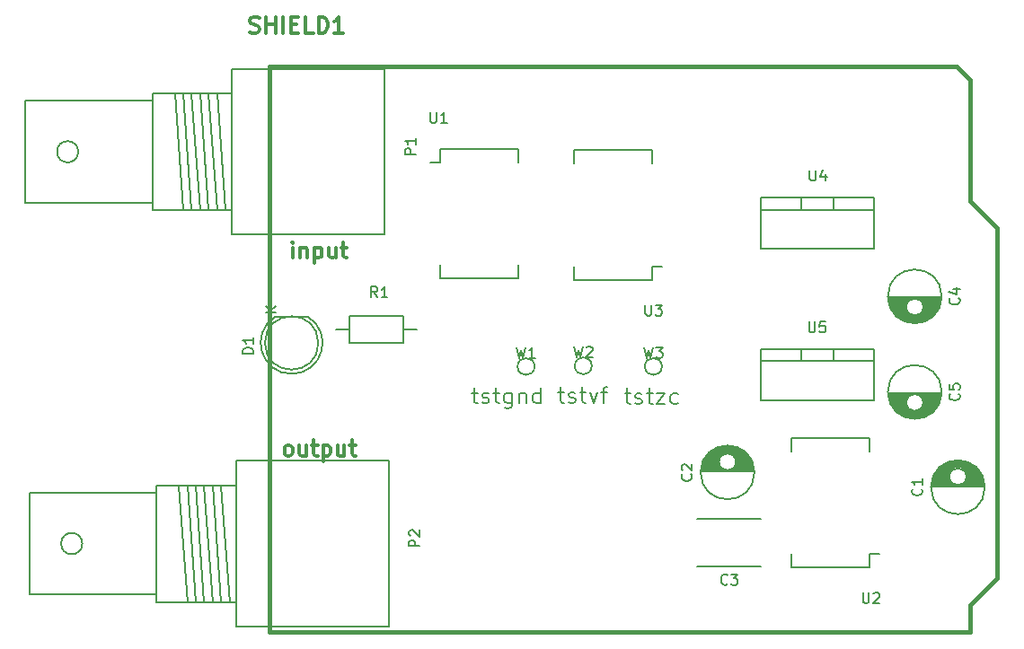
<source format=gto>
G04 #@! TF.FileFunction,Legend,Top*
%FSLAX46Y46*%
G04 Gerber Fmt 4.6, Leading zero omitted, Abs format (unit mm)*
G04 Created by KiCad (PCBNEW 4.0.2+dfsg1-stable) date Fri 22 Sep 2017 10:08:28 AM EDT*
%MOMM*%
G01*
G04 APERTURE LIST*
%ADD10C,0.100000*%
%ADD11C,0.150000*%
%ADD12C,0.300000*%
%ADD13C,0.381000*%
%ADD14C,0.304800*%
G04 APERTURE END LIST*
D10*
D11*
X167521357Y-82482571D02*
X168092786Y-82482571D01*
X167735643Y-81982571D02*
X167735643Y-83268286D01*
X167807071Y-83411143D01*
X167949929Y-83482571D01*
X168092786Y-83482571D01*
X168521357Y-83411143D02*
X168664214Y-83482571D01*
X168949929Y-83482571D01*
X169092786Y-83411143D01*
X169164214Y-83268286D01*
X169164214Y-83196857D01*
X169092786Y-83054000D01*
X168949929Y-82982571D01*
X168735643Y-82982571D01*
X168592786Y-82911143D01*
X168521357Y-82768286D01*
X168521357Y-82696857D01*
X168592786Y-82554000D01*
X168735643Y-82482571D01*
X168949929Y-82482571D01*
X169092786Y-82554000D01*
X169592786Y-82482571D02*
X170164215Y-82482571D01*
X169807072Y-81982571D02*
X169807072Y-83268286D01*
X169878500Y-83411143D01*
X170021358Y-83482571D01*
X170164215Y-83482571D01*
X171307072Y-82482571D02*
X171307072Y-83696857D01*
X171235643Y-83839714D01*
X171164215Y-83911143D01*
X171021358Y-83982571D01*
X170807072Y-83982571D01*
X170664215Y-83911143D01*
X171307072Y-83411143D02*
X171164215Y-83482571D01*
X170878501Y-83482571D01*
X170735643Y-83411143D01*
X170664215Y-83339714D01*
X170592786Y-83196857D01*
X170592786Y-82768286D01*
X170664215Y-82625429D01*
X170735643Y-82554000D01*
X170878501Y-82482571D01*
X171164215Y-82482571D01*
X171307072Y-82554000D01*
X172021358Y-82482571D02*
X172021358Y-83482571D01*
X172021358Y-82625429D02*
X172092786Y-82554000D01*
X172235644Y-82482571D01*
X172449929Y-82482571D01*
X172592786Y-82554000D01*
X172664215Y-82696857D01*
X172664215Y-83482571D01*
X174021358Y-83482571D02*
X174021358Y-81982571D01*
X174021358Y-83411143D02*
X173878501Y-83482571D01*
X173592787Y-83482571D01*
X173449929Y-83411143D01*
X173378501Y-83339714D01*
X173307072Y-83196857D01*
X173307072Y-82768286D01*
X173378501Y-82625429D01*
X173449929Y-82554000D01*
X173592787Y-82482571D01*
X173878501Y-82482571D01*
X174021358Y-82554000D01*
X175669071Y-82419071D02*
X176240500Y-82419071D01*
X175883357Y-81919071D02*
X175883357Y-83204786D01*
X175954785Y-83347643D01*
X176097643Y-83419071D01*
X176240500Y-83419071D01*
X176669071Y-83347643D02*
X176811928Y-83419071D01*
X177097643Y-83419071D01*
X177240500Y-83347643D01*
X177311928Y-83204786D01*
X177311928Y-83133357D01*
X177240500Y-82990500D01*
X177097643Y-82919071D01*
X176883357Y-82919071D01*
X176740500Y-82847643D01*
X176669071Y-82704786D01*
X176669071Y-82633357D01*
X176740500Y-82490500D01*
X176883357Y-82419071D01*
X177097643Y-82419071D01*
X177240500Y-82490500D01*
X177740500Y-82419071D02*
X178311929Y-82419071D01*
X177954786Y-81919071D02*
X177954786Y-83204786D01*
X178026214Y-83347643D01*
X178169072Y-83419071D01*
X178311929Y-83419071D01*
X178669072Y-82419071D02*
X179026215Y-83419071D01*
X179383357Y-82419071D01*
X179740500Y-82419071D02*
X180311929Y-82419071D01*
X179954786Y-83419071D02*
X179954786Y-82133357D01*
X180026214Y-81990500D01*
X180169072Y-81919071D01*
X180311929Y-81919071D01*
X181959571Y-82546071D02*
X182531000Y-82546071D01*
X182173857Y-82046071D02*
X182173857Y-83331786D01*
X182245285Y-83474643D01*
X182388143Y-83546071D01*
X182531000Y-83546071D01*
X182959571Y-83474643D02*
X183102428Y-83546071D01*
X183388143Y-83546071D01*
X183531000Y-83474643D01*
X183602428Y-83331786D01*
X183602428Y-83260357D01*
X183531000Y-83117500D01*
X183388143Y-83046071D01*
X183173857Y-83046071D01*
X183031000Y-82974643D01*
X182959571Y-82831786D01*
X182959571Y-82760357D01*
X183031000Y-82617500D01*
X183173857Y-82546071D01*
X183388143Y-82546071D01*
X183531000Y-82617500D01*
X184031000Y-82546071D02*
X184602429Y-82546071D01*
X184245286Y-82046071D02*
X184245286Y-83331786D01*
X184316714Y-83474643D01*
X184459572Y-83546071D01*
X184602429Y-83546071D01*
X184959572Y-82546071D02*
X185745286Y-82546071D01*
X184959572Y-83546071D01*
X185745286Y-83546071D01*
X186959572Y-83474643D02*
X186816715Y-83546071D01*
X186531001Y-83546071D01*
X186388143Y-83474643D01*
X186316715Y-83403214D01*
X186245286Y-83260357D01*
X186245286Y-82831786D01*
X186316715Y-82688929D01*
X186388143Y-82617500D01*
X186531001Y-82546071D01*
X186816715Y-82546071D01*
X186959572Y-82617500D01*
D12*
X150162000Y-88435571D02*
X150019142Y-88364143D01*
X149947714Y-88292714D01*
X149876285Y-88149857D01*
X149876285Y-87721286D01*
X149947714Y-87578429D01*
X150019142Y-87507000D01*
X150162000Y-87435571D01*
X150376285Y-87435571D01*
X150519142Y-87507000D01*
X150590571Y-87578429D01*
X150662000Y-87721286D01*
X150662000Y-88149857D01*
X150590571Y-88292714D01*
X150519142Y-88364143D01*
X150376285Y-88435571D01*
X150162000Y-88435571D01*
X151947714Y-87435571D02*
X151947714Y-88435571D01*
X151304857Y-87435571D02*
X151304857Y-88221286D01*
X151376285Y-88364143D01*
X151519143Y-88435571D01*
X151733428Y-88435571D01*
X151876285Y-88364143D01*
X151947714Y-88292714D01*
X152447714Y-87435571D02*
X153019143Y-87435571D01*
X152662000Y-86935571D02*
X152662000Y-88221286D01*
X152733428Y-88364143D01*
X152876286Y-88435571D01*
X153019143Y-88435571D01*
X153519143Y-87435571D02*
X153519143Y-88935571D01*
X153519143Y-87507000D02*
X153662000Y-87435571D01*
X153947714Y-87435571D01*
X154090571Y-87507000D01*
X154162000Y-87578429D01*
X154233429Y-87721286D01*
X154233429Y-88149857D01*
X154162000Y-88292714D01*
X154090571Y-88364143D01*
X153947714Y-88435571D01*
X153662000Y-88435571D01*
X153519143Y-88364143D01*
X155519143Y-87435571D02*
X155519143Y-88435571D01*
X154876286Y-87435571D02*
X154876286Y-88221286D01*
X154947714Y-88364143D01*
X155090572Y-88435571D01*
X155304857Y-88435571D01*
X155447714Y-88364143D01*
X155519143Y-88292714D01*
X156019143Y-87435571D02*
X156590572Y-87435571D01*
X156233429Y-86935571D02*
X156233429Y-88221286D01*
X156304857Y-88364143D01*
X156447715Y-88435571D01*
X156590572Y-88435571D01*
X150634214Y-69766571D02*
X150634214Y-68766571D01*
X150634214Y-68266571D02*
X150562785Y-68338000D01*
X150634214Y-68409429D01*
X150705642Y-68338000D01*
X150634214Y-68266571D01*
X150634214Y-68409429D01*
X151348500Y-68766571D02*
X151348500Y-69766571D01*
X151348500Y-68909429D02*
X151419928Y-68838000D01*
X151562786Y-68766571D01*
X151777071Y-68766571D01*
X151919928Y-68838000D01*
X151991357Y-68980857D01*
X151991357Y-69766571D01*
X152705643Y-68766571D02*
X152705643Y-70266571D01*
X152705643Y-68838000D02*
X152848500Y-68766571D01*
X153134214Y-68766571D01*
X153277071Y-68838000D01*
X153348500Y-68909429D01*
X153419929Y-69052286D01*
X153419929Y-69480857D01*
X153348500Y-69623714D01*
X153277071Y-69695143D01*
X153134214Y-69766571D01*
X152848500Y-69766571D01*
X152705643Y-69695143D01*
X154705643Y-68766571D02*
X154705643Y-69766571D01*
X154062786Y-68766571D02*
X154062786Y-69552286D01*
X154134214Y-69695143D01*
X154277072Y-69766571D01*
X154491357Y-69766571D01*
X154634214Y-69695143D01*
X154705643Y-69623714D01*
X155205643Y-68766571D02*
X155777072Y-68766571D01*
X155419929Y-68266571D02*
X155419929Y-69552286D01*
X155491357Y-69695143D01*
X155634215Y-69766571D01*
X155777072Y-69766571D01*
D11*
X210861000Y-91317500D02*
X215859000Y-91317500D01*
X210869000Y-91177500D02*
X213206000Y-91177500D01*
X213514000Y-91177500D02*
X215851000Y-91177500D01*
X210885000Y-91037500D02*
X212887000Y-91037500D01*
X213833000Y-91037500D02*
X215835000Y-91037500D01*
X210909000Y-90897500D02*
X212740000Y-90897500D01*
X213980000Y-90897500D02*
X215811000Y-90897500D01*
X210942000Y-90757500D02*
X212648000Y-90757500D01*
X214072000Y-90757500D02*
X215778000Y-90757500D01*
X210983000Y-90617500D02*
X212592000Y-90617500D01*
X214128000Y-90617500D02*
X215737000Y-90617500D01*
X211033000Y-90477500D02*
X212565000Y-90477500D01*
X214155000Y-90477500D02*
X215687000Y-90477500D01*
X211094000Y-90337500D02*
X212562000Y-90337500D01*
X214158000Y-90337500D02*
X215626000Y-90337500D01*
X211164000Y-90197500D02*
X212584000Y-90197500D01*
X214136000Y-90197500D02*
X215556000Y-90197500D01*
X211246000Y-90057500D02*
X212634000Y-90057500D01*
X214086000Y-90057500D02*
X215474000Y-90057500D01*
X211341000Y-89917500D02*
X212716000Y-89917500D01*
X214004000Y-89917500D02*
X215379000Y-89917500D01*
X211452000Y-89777500D02*
X212848000Y-89777500D01*
X213872000Y-89777500D02*
X215268000Y-89777500D01*
X211580000Y-89637500D02*
X213095000Y-89637500D01*
X213625000Y-89637500D02*
X215140000Y-89637500D01*
X211729000Y-89497500D02*
X214991000Y-89497500D01*
X211908000Y-89357500D02*
X214812000Y-89357500D01*
X212127000Y-89217500D02*
X214593000Y-89217500D01*
X212416000Y-89077500D02*
X214304000Y-89077500D01*
X212888000Y-88937500D02*
X213832000Y-88937500D01*
X214160000Y-90392500D02*
G75*
G03X214160000Y-90392500I-800000J0D01*
G01*
X215897500Y-91392500D02*
G75*
G03X215897500Y-91392500I-2537500J0D01*
G01*
X189144000Y-89920500D02*
X194142000Y-89920500D01*
X189152000Y-89780500D02*
X191489000Y-89780500D01*
X191797000Y-89780500D02*
X194134000Y-89780500D01*
X189168000Y-89640500D02*
X191170000Y-89640500D01*
X192116000Y-89640500D02*
X194118000Y-89640500D01*
X189192000Y-89500500D02*
X191023000Y-89500500D01*
X192263000Y-89500500D02*
X194094000Y-89500500D01*
X189225000Y-89360500D02*
X190931000Y-89360500D01*
X192355000Y-89360500D02*
X194061000Y-89360500D01*
X189266000Y-89220500D02*
X190875000Y-89220500D01*
X192411000Y-89220500D02*
X194020000Y-89220500D01*
X189316000Y-89080500D02*
X190848000Y-89080500D01*
X192438000Y-89080500D02*
X193970000Y-89080500D01*
X189377000Y-88940500D02*
X190845000Y-88940500D01*
X192441000Y-88940500D02*
X193909000Y-88940500D01*
X189447000Y-88800500D02*
X190867000Y-88800500D01*
X192419000Y-88800500D02*
X193839000Y-88800500D01*
X189529000Y-88660500D02*
X190917000Y-88660500D01*
X192369000Y-88660500D02*
X193757000Y-88660500D01*
X189624000Y-88520500D02*
X190999000Y-88520500D01*
X192287000Y-88520500D02*
X193662000Y-88520500D01*
X189735000Y-88380500D02*
X191131000Y-88380500D01*
X192155000Y-88380500D02*
X193551000Y-88380500D01*
X189863000Y-88240500D02*
X191378000Y-88240500D01*
X191908000Y-88240500D02*
X193423000Y-88240500D01*
X190012000Y-88100500D02*
X193274000Y-88100500D01*
X190191000Y-87960500D02*
X193095000Y-87960500D01*
X190410000Y-87820500D02*
X192876000Y-87820500D01*
X190699000Y-87680500D02*
X192587000Y-87680500D01*
X191171000Y-87540500D02*
X192115000Y-87540500D01*
X192443000Y-88995500D02*
G75*
G03X192443000Y-88995500I-800000J0D01*
G01*
X194180500Y-89995500D02*
G75*
G03X194180500Y-89995500I-2537500J0D01*
G01*
X194810000Y-98897000D02*
X188810000Y-98897000D01*
X188810000Y-94397000D02*
X194810000Y-94397000D01*
X211795000Y-73465000D02*
X206797000Y-73465000D01*
X211787000Y-73605000D02*
X209450000Y-73605000D01*
X209142000Y-73605000D02*
X206805000Y-73605000D01*
X211771000Y-73745000D02*
X209769000Y-73745000D01*
X208823000Y-73745000D02*
X206821000Y-73745000D01*
X211747000Y-73885000D02*
X209916000Y-73885000D01*
X208676000Y-73885000D02*
X206845000Y-73885000D01*
X211714000Y-74025000D02*
X210008000Y-74025000D01*
X208584000Y-74025000D02*
X206878000Y-74025000D01*
X211673000Y-74165000D02*
X210064000Y-74165000D01*
X208528000Y-74165000D02*
X206919000Y-74165000D01*
X211623000Y-74305000D02*
X210091000Y-74305000D01*
X208501000Y-74305000D02*
X206969000Y-74305000D01*
X211562000Y-74445000D02*
X210094000Y-74445000D01*
X208498000Y-74445000D02*
X207030000Y-74445000D01*
X211492000Y-74585000D02*
X210072000Y-74585000D01*
X208520000Y-74585000D02*
X207100000Y-74585000D01*
X211410000Y-74725000D02*
X210022000Y-74725000D01*
X208570000Y-74725000D02*
X207182000Y-74725000D01*
X211315000Y-74865000D02*
X209940000Y-74865000D01*
X208652000Y-74865000D02*
X207277000Y-74865000D01*
X211204000Y-75005000D02*
X209808000Y-75005000D01*
X208784000Y-75005000D02*
X207388000Y-75005000D01*
X211076000Y-75145000D02*
X209561000Y-75145000D01*
X209031000Y-75145000D02*
X207516000Y-75145000D01*
X210927000Y-75285000D02*
X207665000Y-75285000D01*
X210748000Y-75425000D02*
X207844000Y-75425000D01*
X210529000Y-75565000D02*
X208063000Y-75565000D01*
X210240000Y-75705000D02*
X208352000Y-75705000D01*
X209768000Y-75845000D02*
X208824000Y-75845000D01*
X210096000Y-74390000D02*
G75*
G03X210096000Y-74390000I-800000J0D01*
G01*
X211833500Y-73390000D02*
G75*
G03X211833500Y-73390000I-2537500J0D01*
G01*
X211795000Y-82482000D02*
X206797000Y-82482000D01*
X211787000Y-82622000D02*
X209450000Y-82622000D01*
X209142000Y-82622000D02*
X206805000Y-82622000D01*
X211771000Y-82762000D02*
X209769000Y-82762000D01*
X208823000Y-82762000D02*
X206821000Y-82762000D01*
X211747000Y-82902000D02*
X209916000Y-82902000D01*
X208676000Y-82902000D02*
X206845000Y-82902000D01*
X211714000Y-83042000D02*
X210008000Y-83042000D01*
X208584000Y-83042000D02*
X206878000Y-83042000D01*
X211673000Y-83182000D02*
X210064000Y-83182000D01*
X208528000Y-83182000D02*
X206919000Y-83182000D01*
X211623000Y-83322000D02*
X210091000Y-83322000D01*
X208501000Y-83322000D02*
X206969000Y-83322000D01*
X211562000Y-83462000D02*
X210094000Y-83462000D01*
X208498000Y-83462000D02*
X207030000Y-83462000D01*
X211492000Y-83602000D02*
X210072000Y-83602000D01*
X208520000Y-83602000D02*
X207100000Y-83602000D01*
X211410000Y-83742000D02*
X210022000Y-83742000D01*
X208570000Y-83742000D02*
X207182000Y-83742000D01*
X211315000Y-83882000D02*
X209940000Y-83882000D01*
X208652000Y-83882000D02*
X207277000Y-83882000D01*
X211204000Y-84022000D02*
X209808000Y-84022000D01*
X208784000Y-84022000D02*
X207388000Y-84022000D01*
X211076000Y-84162000D02*
X209561000Y-84162000D01*
X209031000Y-84162000D02*
X207516000Y-84162000D01*
X210927000Y-84302000D02*
X207665000Y-84302000D01*
X210748000Y-84442000D02*
X207844000Y-84442000D01*
X210529000Y-84582000D02*
X208063000Y-84582000D01*
X210240000Y-84722000D02*
X208352000Y-84722000D01*
X209768000Y-84862000D02*
X208824000Y-84862000D01*
X210096000Y-83407000D02*
G75*
G03X210096000Y-83407000I-800000J0D01*
G01*
X211833500Y-82407000D02*
G75*
G03X211833500Y-82407000I-2537500J0D01*
G01*
X149033596Y-75302612D02*
G75*
G03X152058500Y-75287500I1524904J-2484888D01*
G01*
X149058500Y-75287500D02*
X152058500Y-75287500D01*
X153076436Y-77787500D02*
G75*
G03X153076436Y-77787500I-2517936J0D01*
G01*
X140345160Y-65252600D02*
X139545060Y-54254400D01*
X141145260Y-65252600D02*
X140345160Y-54254400D01*
X141945360Y-65252600D02*
X141145260Y-54254400D01*
X142745460Y-65252600D02*
X141945360Y-54254400D01*
X143545560Y-65252600D02*
X142745460Y-54254400D01*
X144345660Y-65252600D02*
X143545560Y-54254400D01*
X130446780Y-59753500D02*
G75*
G03X130446780Y-59753500I-1000760J0D01*
G01*
X137447020Y-54952900D02*
X125445520Y-54952900D01*
X125445520Y-54952900D02*
X125445520Y-64554100D01*
X125445520Y-64554100D02*
X137447020Y-64554100D01*
X144945100Y-54254400D02*
X137447020Y-54254400D01*
X137447020Y-54254400D02*
X137447020Y-65252600D01*
X137447020Y-65252600D02*
X144945100Y-65252600D01*
X159346900Y-67553840D02*
X159346900Y-51953160D01*
X159346900Y-51953160D02*
X144945100Y-51953160D01*
X144945100Y-51953160D02*
X144945100Y-67553840D01*
X144945100Y-67553840D02*
X159346900Y-67553840D01*
X140726160Y-102209600D02*
X139926060Y-91211400D01*
X141526260Y-102209600D02*
X140726160Y-91211400D01*
X142326360Y-102209600D02*
X141526260Y-91211400D01*
X143126460Y-102209600D02*
X142326360Y-91211400D01*
X143926560Y-102209600D02*
X143126460Y-91211400D01*
X144726660Y-102209600D02*
X143926560Y-91211400D01*
X130827780Y-96710500D02*
G75*
G03X130827780Y-96710500I-1000760J0D01*
G01*
X137828020Y-91909900D02*
X125826520Y-91909900D01*
X125826520Y-91909900D02*
X125826520Y-101511100D01*
X125826520Y-101511100D02*
X137828020Y-101511100D01*
X145326100Y-91211400D02*
X137828020Y-91211400D01*
X137828020Y-91211400D02*
X137828020Y-102209600D01*
X137828020Y-102209600D02*
X145326100Y-102209600D01*
X159727900Y-104510840D02*
X159727900Y-88910160D01*
X159727900Y-88910160D02*
X145326100Y-88910160D01*
X145326100Y-88910160D02*
X145326100Y-104510840D01*
X145326100Y-104510840D02*
X159727900Y-104510840D01*
X156019500Y-75247500D02*
X161099500Y-75247500D01*
X161099500Y-75247500D02*
X161099500Y-77787500D01*
X161099500Y-77787500D02*
X156019500Y-77787500D01*
X156019500Y-77787500D02*
X156019500Y-75247500D01*
X156019500Y-76517500D02*
X154749500Y-76517500D01*
X161099500Y-76517500D02*
X162369500Y-76517500D01*
D13*
X214541100Y-64363600D02*
X214541100Y-52933600D01*
X214541100Y-52933600D02*
X213271100Y-51663600D01*
X213271100Y-51663600D02*
X148501100Y-51663600D01*
X214541100Y-105003600D02*
X148501100Y-105003600D01*
X148501100Y-105003600D02*
X148501100Y-51663600D01*
X214541100Y-64363600D02*
X217081100Y-66903600D01*
X217081100Y-66903600D02*
X217081100Y-99923600D01*
X217081100Y-99923600D02*
X214541100Y-102463600D01*
X214541100Y-102463600D02*
X214541100Y-105003600D01*
D11*
X164536500Y-59490500D02*
X164536500Y-60760500D01*
X171886500Y-59490500D02*
X171886500Y-60760500D01*
X171886500Y-71700500D02*
X171886500Y-70430500D01*
X164536500Y-71700500D02*
X164536500Y-70430500D01*
X164536500Y-59490500D02*
X171886500Y-59490500D01*
X164536500Y-71700500D02*
X171886500Y-71700500D01*
X164536500Y-60760500D02*
X163601500Y-60760500D01*
X205033500Y-98942000D02*
X205033500Y-97672000D01*
X197683500Y-98942000D02*
X197683500Y-97672000D01*
X197683500Y-86732000D02*
X197683500Y-88002000D01*
X205033500Y-86732000D02*
X205033500Y-88002000D01*
X205033500Y-98942000D02*
X197683500Y-98942000D01*
X205033500Y-86732000D02*
X197683500Y-86732000D01*
X205033500Y-97672000D02*
X205968500Y-97672000D01*
X184523000Y-71827500D02*
X184523000Y-70557500D01*
X177173000Y-71827500D02*
X177173000Y-70557500D01*
X177173000Y-59617500D02*
X177173000Y-60887500D01*
X184523000Y-59617500D02*
X184523000Y-60887500D01*
X184523000Y-71827500D02*
X177173000Y-71827500D01*
X184523000Y-59617500D02*
X177173000Y-59617500D01*
X184523000Y-70557500D02*
X185458000Y-70557500D01*
X198628000Y-64071500D02*
X198628000Y-65214500D01*
X201676000Y-64071500D02*
X201676000Y-65214500D01*
X205486000Y-65214500D02*
X205486000Y-68897500D01*
X205486000Y-68897500D02*
X194818000Y-68897500D01*
X194818000Y-68897500D02*
X194818000Y-65214500D01*
X205486000Y-64071500D02*
X205486000Y-65214500D01*
X205486000Y-65214500D02*
X194818000Y-65214500D01*
X194818000Y-65214500D02*
X194818000Y-64071500D01*
X200152000Y-64071500D02*
X194818000Y-64071500D01*
X200152000Y-64071500D02*
X205486000Y-64071500D01*
X198564500Y-78359000D02*
X198564500Y-79502000D01*
X201612500Y-78359000D02*
X201612500Y-79502000D01*
X205422500Y-79502000D02*
X205422500Y-83185000D01*
X205422500Y-83185000D02*
X194754500Y-83185000D01*
X194754500Y-83185000D02*
X194754500Y-79502000D01*
X205422500Y-78359000D02*
X205422500Y-79502000D01*
X205422500Y-79502000D02*
X194754500Y-79502000D01*
X194754500Y-79502000D02*
X194754500Y-78359000D01*
X200088500Y-78359000D02*
X194754500Y-78359000D01*
X200088500Y-78359000D02*
X205422500Y-78359000D01*
X173459719Y-80010000D02*
G75*
G03X173459719Y-80010000I-803219J0D01*
G01*
X178857219Y-79946500D02*
G75*
G03X178857219Y-79946500I-803219J0D01*
G01*
X185461219Y-80010000D02*
G75*
G03X185461219Y-80010000I-803219J0D01*
G01*
X209917143Y-91559166D02*
X209964762Y-91606785D01*
X210012381Y-91749642D01*
X210012381Y-91844880D01*
X209964762Y-91987738D01*
X209869524Y-92082976D01*
X209774286Y-92130595D01*
X209583810Y-92178214D01*
X209440952Y-92178214D01*
X209250476Y-92130595D01*
X209155238Y-92082976D01*
X209060000Y-91987738D01*
X209012381Y-91844880D01*
X209012381Y-91749642D01*
X209060000Y-91606785D01*
X209107619Y-91559166D01*
X210012381Y-90606785D02*
X210012381Y-91178214D01*
X210012381Y-90892500D02*
X209012381Y-90892500D01*
X209155238Y-90987738D01*
X209250476Y-91082976D01*
X209298095Y-91178214D01*
X188200143Y-90162166D02*
X188247762Y-90209785D01*
X188295381Y-90352642D01*
X188295381Y-90447880D01*
X188247762Y-90590738D01*
X188152524Y-90685976D01*
X188057286Y-90733595D01*
X187866810Y-90781214D01*
X187723952Y-90781214D01*
X187533476Y-90733595D01*
X187438238Y-90685976D01*
X187343000Y-90590738D01*
X187295381Y-90447880D01*
X187295381Y-90352642D01*
X187343000Y-90209785D01*
X187390619Y-90162166D01*
X187390619Y-89781214D02*
X187343000Y-89733595D01*
X187295381Y-89638357D01*
X187295381Y-89400261D01*
X187343000Y-89305023D01*
X187390619Y-89257404D01*
X187485857Y-89209785D01*
X187581095Y-89209785D01*
X187723952Y-89257404D01*
X188295381Y-89828833D01*
X188295381Y-89209785D01*
X191643334Y-100504143D02*
X191595715Y-100551762D01*
X191452858Y-100599381D01*
X191357620Y-100599381D01*
X191214762Y-100551762D01*
X191119524Y-100456524D01*
X191071905Y-100361286D01*
X191024286Y-100170810D01*
X191024286Y-100027952D01*
X191071905Y-99837476D01*
X191119524Y-99742238D01*
X191214762Y-99647000D01*
X191357620Y-99599381D01*
X191452858Y-99599381D01*
X191595715Y-99647000D01*
X191643334Y-99694619D01*
X191976667Y-99599381D02*
X192595715Y-99599381D01*
X192262381Y-99980333D01*
X192405239Y-99980333D01*
X192500477Y-100027952D01*
X192548096Y-100075571D01*
X192595715Y-100170810D01*
X192595715Y-100408905D01*
X192548096Y-100504143D01*
X192500477Y-100551762D01*
X192405239Y-100599381D01*
X192119524Y-100599381D01*
X192024286Y-100551762D01*
X191976667Y-100504143D01*
X213453143Y-73556666D02*
X213500762Y-73604285D01*
X213548381Y-73747142D01*
X213548381Y-73842380D01*
X213500762Y-73985238D01*
X213405524Y-74080476D01*
X213310286Y-74128095D01*
X213119810Y-74175714D01*
X212976952Y-74175714D01*
X212786476Y-74128095D01*
X212691238Y-74080476D01*
X212596000Y-73985238D01*
X212548381Y-73842380D01*
X212548381Y-73747142D01*
X212596000Y-73604285D01*
X212643619Y-73556666D01*
X212881714Y-72699523D02*
X213548381Y-72699523D01*
X212500762Y-72937619D02*
X213215048Y-73175714D01*
X213215048Y-72556666D01*
X213453143Y-82573666D02*
X213500762Y-82621285D01*
X213548381Y-82764142D01*
X213548381Y-82859380D01*
X213500762Y-83002238D01*
X213405524Y-83097476D01*
X213310286Y-83145095D01*
X213119810Y-83192714D01*
X212976952Y-83192714D01*
X212786476Y-83145095D01*
X212691238Y-83097476D01*
X212596000Y-83002238D01*
X212548381Y-82859380D01*
X212548381Y-82764142D01*
X212596000Y-82621285D01*
X212643619Y-82573666D01*
X212548381Y-81668904D02*
X212548381Y-82145095D01*
X213024571Y-82192714D01*
X212976952Y-82145095D01*
X212929333Y-82049857D01*
X212929333Y-81811761D01*
X212976952Y-81716523D01*
X213024571Y-81668904D01*
X213119810Y-81621285D01*
X213357905Y-81621285D01*
X213453143Y-81668904D01*
X213500762Y-81716523D01*
X213548381Y-81811761D01*
X213548381Y-82049857D01*
X213500762Y-82145095D01*
X213453143Y-82192714D01*
X146946881Y-78779595D02*
X145946881Y-78779595D01*
X145946881Y-78541500D01*
X145994500Y-78398642D01*
X146089738Y-78303404D01*
X146184976Y-78255785D01*
X146375452Y-78208166D01*
X146518310Y-78208166D01*
X146708786Y-78255785D01*
X146804024Y-78303404D01*
X146899262Y-78398642D01*
X146946881Y-78541500D01*
X146946881Y-78779595D01*
X146946881Y-77255785D02*
X146946881Y-77827214D01*
X146946881Y-77541500D02*
X145946881Y-77541500D01*
X146089738Y-77636738D01*
X146184976Y-77731976D01*
X146232595Y-77827214D01*
X149105881Y-74874405D02*
X148105881Y-74874405D01*
X149105881Y-74302976D02*
X148534452Y-74731548D01*
X148105881Y-74302976D02*
X148677310Y-74874405D01*
X162250381Y-59983595D02*
X161250381Y-59983595D01*
X161250381Y-59602642D01*
X161298000Y-59507404D01*
X161345619Y-59459785D01*
X161440857Y-59412166D01*
X161583714Y-59412166D01*
X161678952Y-59459785D01*
X161726571Y-59507404D01*
X161774190Y-59602642D01*
X161774190Y-59983595D01*
X162250381Y-58459785D02*
X162250381Y-59031214D01*
X162250381Y-58745500D02*
X161250381Y-58745500D01*
X161393238Y-58840738D01*
X161488476Y-58935976D01*
X161536095Y-59031214D01*
X162631381Y-96940595D02*
X161631381Y-96940595D01*
X161631381Y-96559642D01*
X161679000Y-96464404D01*
X161726619Y-96416785D01*
X161821857Y-96369166D01*
X161964714Y-96369166D01*
X162059952Y-96416785D01*
X162107571Y-96464404D01*
X162155190Y-96559642D01*
X162155190Y-96940595D01*
X161726619Y-95988214D02*
X161679000Y-95940595D01*
X161631381Y-95845357D01*
X161631381Y-95607261D01*
X161679000Y-95512023D01*
X161726619Y-95464404D01*
X161821857Y-95416785D01*
X161917095Y-95416785D01*
X162059952Y-95464404D01*
X162631381Y-96035833D01*
X162631381Y-95416785D01*
X158641754Y-73469761D02*
X158308420Y-72993570D01*
X158070325Y-73469761D02*
X158070325Y-72469761D01*
X158451278Y-72469761D01*
X158546516Y-72517380D01*
X158594135Y-72564999D01*
X158641754Y-72660237D01*
X158641754Y-72803094D01*
X158594135Y-72898332D01*
X158546516Y-72945951D01*
X158451278Y-72993570D01*
X158070325Y-72993570D01*
X159594135Y-73469761D02*
X159022706Y-73469761D01*
X159308420Y-73469761D02*
X159308420Y-72469761D01*
X159213182Y-72612618D01*
X159117944Y-72707856D01*
X159022706Y-72755475D01*
D14*
X146650529Y-48470457D02*
X146868243Y-48543029D01*
X147231100Y-48543029D01*
X147376243Y-48470457D01*
X147448814Y-48397886D01*
X147521386Y-48252743D01*
X147521386Y-48107600D01*
X147448814Y-47962457D01*
X147376243Y-47889886D01*
X147231100Y-47817314D01*
X146940814Y-47744743D01*
X146795672Y-47672171D01*
X146723100Y-47599600D01*
X146650529Y-47454457D01*
X146650529Y-47309314D01*
X146723100Y-47164171D01*
X146795672Y-47091600D01*
X146940814Y-47019029D01*
X147303672Y-47019029D01*
X147521386Y-47091600D01*
X148174529Y-48543029D02*
X148174529Y-47019029D01*
X148174529Y-47744743D02*
X149045386Y-47744743D01*
X149045386Y-48543029D02*
X149045386Y-47019029D01*
X149771100Y-48543029D02*
X149771100Y-47019029D01*
X150496814Y-47744743D02*
X151004814Y-47744743D01*
X151222528Y-48543029D02*
X150496814Y-48543029D01*
X150496814Y-47019029D01*
X151222528Y-47019029D01*
X152601385Y-48543029D02*
X151875671Y-48543029D01*
X151875671Y-47019029D01*
X153109385Y-48543029D02*
X153109385Y-47019029D01*
X153472242Y-47019029D01*
X153689957Y-47091600D01*
X153835099Y-47236743D01*
X153907671Y-47381886D01*
X153980242Y-47672171D01*
X153980242Y-47889886D01*
X153907671Y-48180171D01*
X153835099Y-48325314D01*
X153689957Y-48470457D01*
X153472242Y-48543029D01*
X153109385Y-48543029D01*
X155431671Y-48543029D02*
X154560814Y-48543029D01*
X154996242Y-48543029D02*
X154996242Y-47019029D01*
X154851099Y-47236743D01*
X154705957Y-47381886D01*
X154560814Y-47454457D01*
D11*
X163639595Y-56017881D02*
X163639595Y-56827405D01*
X163687214Y-56922643D01*
X163734833Y-56970262D01*
X163830071Y-57017881D01*
X164020548Y-57017881D01*
X164115786Y-56970262D01*
X164163405Y-56922643D01*
X164211024Y-56827405D01*
X164211024Y-56017881D01*
X165211024Y-57017881D02*
X164639595Y-57017881D01*
X164925309Y-57017881D02*
X164925309Y-56017881D01*
X164830071Y-56160738D01*
X164734833Y-56255976D01*
X164639595Y-56303595D01*
X204406595Y-101319381D02*
X204406595Y-102128905D01*
X204454214Y-102224143D01*
X204501833Y-102271762D01*
X204597071Y-102319381D01*
X204787548Y-102319381D01*
X204882786Y-102271762D01*
X204930405Y-102224143D01*
X204978024Y-102128905D01*
X204978024Y-101319381D01*
X205406595Y-101414619D02*
X205454214Y-101367000D01*
X205549452Y-101319381D01*
X205787548Y-101319381D01*
X205882786Y-101367000D01*
X205930405Y-101414619D01*
X205978024Y-101509857D01*
X205978024Y-101605095D01*
X205930405Y-101747952D01*
X205358976Y-102319381D01*
X205978024Y-102319381D01*
X183896095Y-74204881D02*
X183896095Y-75014405D01*
X183943714Y-75109643D01*
X183991333Y-75157262D01*
X184086571Y-75204881D01*
X184277048Y-75204881D01*
X184372286Y-75157262D01*
X184419905Y-75109643D01*
X184467524Y-75014405D01*
X184467524Y-74204881D01*
X184848476Y-74204881D02*
X185467524Y-74204881D01*
X185134190Y-74585833D01*
X185277048Y-74585833D01*
X185372286Y-74633452D01*
X185419905Y-74681071D01*
X185467524Y-74776310D01*
X185467524Y-75014405D01*
X185419905Y-75109643D01*
X185372286Y-75157262D01*
X185277048Y-75204881D01*
X184991333Y-75204881D01*
X184896095Y-75157262D01*
X184848476Y-75109643D01*
X199390095Y-61491881D02*
X199390095Y-62301405D01*
X199437714Y-62396643D01*
X199485333Y-62444262D01*
X199580571Y-62491881D01*
X199771048Y-62491881D01*
X199866286Y-62444262D01*
X199913905Y-62396643D01*
X199961524Y-62301405D01*
X199961524Y-61491881D01*
X200866286Y-61825214D02*
X200866286Y-62491881D01*
X200628190Y-61444262D02*
X200390095Y-62158548D01*
X201009143Y-62158548D01*
X199326595Y-75779381D02*
X199326595Y-76588905D01*
X199374214Y-76684143D01*
X199421833Y-76731762D01*
X199517071Y-76779381D01*
X199707548Y-76779381D01*
X199802786Y-76731762D01*
X199850405Y-76684143D01*
X199898024Y-76588905D01*
X199898024Y-75779381D01*
X200850405Y-75779381D02*
X200374214Y-75779381D01*
X200326595Y-76255571D01*
X200374214Y-76207952D01*
X200469452Y-76160333D01*
X200707548Y-76160333D01*
X200802786Y-76207952D01*
X200850405Y-76255571D01*
X200898024Y-76350810D01*
X200898024Y-76588905D01*
X200850405Y-76684143D01*
X200802786Y-76731762D01*
X200707548Y-76779381D01*
X200469452Y-76779381D01*
X200374214Y-76731762D01*
X200326595Y-76684143D01*
X171751738Y-78194921D02*
X171989833Y-79194921D01*
X172180310Y-78480635D01*
X172370786Y-79194921D01*
X172608881Y-78194921D01*
X173513643Y-79194921D02*
X172942214Y-79194921D01*
X173227928Y-79194921D02*
X173227928Y-78194921D01*
X173132690Y-78337778D01*
X173037452Y-78433016D01*
X172942214Y-78480635D01*
X177149238Y-78131421D02*
X177387333Y-79131421D01*
X177577810Y-78417135D01*
X177768286Y-79131421D01*
X178006381Y-78131421D01*
X178339714Y-78226659D02*
X178387333Y-78179040D01*
X178482571Y-78131421D01*
X178720667Y-78131421D01*
X178815905Y-78179040D01*
X178863524Y-78226659D01*
X178911143Y-78321897D01*
X178911143Y-78417135D01*
X178863524Y-78559992D01*
X178292095Y-79131421D01*
X178911143Y-79131421D01*
X183753238Y-78194921D02*
X183991333Y-79194921D01*
X184181810Y-78480635D01*
X184372286Y-79194921D01*
X184610381Y-78194921D01*
X184896095Y-78194921D02*
X185515143Y-78194921D01*
X185181809Y-78575873D01*
X185324667Y-78575873D01*
X185419905Y-78623492D01*
X185467524Y-78671111D01*
X185515143Y-78766350D01*
X185515143Y-79004445D01*
X185467524Y-79099683D01*
X185419905Y-79147302D01*
X185324667Y-79194921D01*
X185038952Y-79194921D01*
X184943714Y-79147302D01*
X184896095Y-79099683D01*
M02*

</source>
